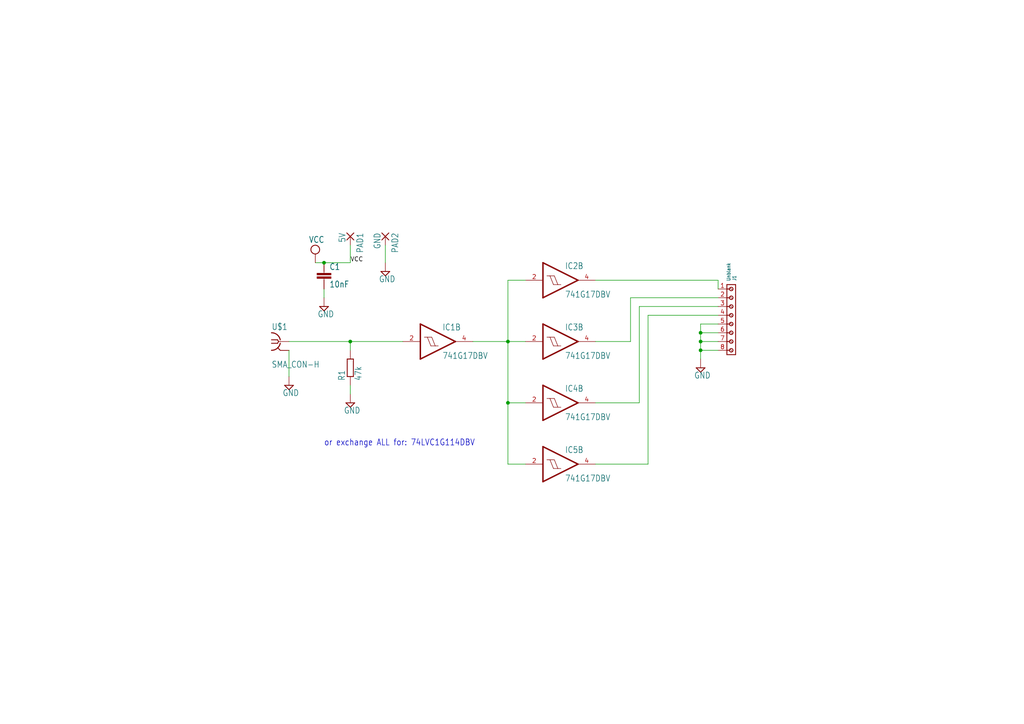
<source format=kicad_sch>
(kicad_sch
	(version 20231120)
	(generator "eeschema")
	(generator_version "8.0")
	(uuid "3d28d479-5ab9-4c16-bd26-8b7fe9169825")
	(paper "A4")
	(lib_symbols
		(symbol "UBL_Distribution_V1p0-eagle-import:691210910008"
			(exclude_from_sim no)
			(in_bom yes)
			(on_board yes)
			(property "Reference" "J"
				(at -12.5 -0.922 0)
				(effects
					(font
						(size 1.016 0.8636)
					)
					(justify right bottom)
				)
			)
			(property "Value" ""
				(at -12.45 -2.58 0)
				(effects
					(font
						(size 1.016 0.8636)
					)
					(justify right bottom)
				)
			)
			(property "Footprint" "UBL_Distribution_V1p0:691210910008"
				(at 0 0 0)
				(effects
					(font
						(size 1.27 1.27)
					)
					(hide yes)
				)
			)
			(property "Datasheet" ""
				(at 0 0 0)
				(effects
					(font
						(size 1.27 1.27)
					)
					(hide yes)
				)
			)
			(property "Description" "WR-TBL Serie 2109 - 2.54 mm Horiz. Entry\n\nKIND PROPERTIES\n\nPitch 2.54 mm\n\nMATERIAL PROPERTIES\n\nInsulator Material PA66\nInsulator Flammability Rating UL94 V-0\nInsulator Color Green\nContact Material Brass\nContact Plating Copper over Zinc\nTerminal Screw Material Steel\nTerminal Screw Plating Zinc\nWire Guard Material Brass\n\nGENERAL INFORMATION\n\nOperating Temperature -40 up to +105 °C\nCompliance Lead free / RoHS\n\nELECTRICAL PROPERTIES\n\nIR cULus 6 A\nWorking Voltage [cULus] 150 V (AC)\nWithstanding Voltage [cULus] 1300 V (AC)\nContact Resistance [cULus] 20 mΩ\n\nMECHANICAL PROPERTIES\n\nWire Strip Length 4 up to 5 (mm)\nScrew M1.6\nSolid Wire Section (AWG) 30 to 18 (AWG)\nSolid Wire Section (Metric) 0.0509 to 0.823 (mm²)\nStranded Wire Section (AWG) 30 to 18 (AWG)\nStranded Wire Section (Metric) 0.0509 to 0.823 (mm²)\n\nCERTIFICATION\n\ncULus Approval E315414\n\nPACKAGING PROPERTIES\n\nPackaging Box\n\nhttps://katalog.we-online.com/media/images/v2/o33231v209%20Family_WR-TBL_69121091000x.jpg\n\nDetails see: https://katalog.we-online.com/en/em/TBL_2_54_2109_HORIZONTAL_ENTRY_69121091000X https://katalog.we-online.com/en/em/TBL_2_54_2109_HORIZONTAL_ENTRY_69121091000X\n\nUpdated by Ella Wu  2019-11-12\n2019(C) Wurth Elektronik"
				(at 0 0 0)
				(effects
					(font
						(size 1.27 1.27)
					)
					(hide yes)
				)
			)
			(property "ki_locked" ""
				(at 0 0 0)
				(effects
					(font
						(size 1.27 1.27)
					)
				)
			)
			(symbol "691210910008_1_0"
				(circle
					(center -10.16 -1.27)
					(radius 0.508)
					(stroke
						(width 0.254)
						(type solid)
					)
					(fill
						(type none)
					)
				)
				(circle
					(center -7.62 -1.27)
					(radius 0.508)
					(stroke
						(width 0.254)
						(type solid)
					)
					(fill
						(type none)
					)
				)
				(circle
					(center -5.08 -1.27)
					(radius 0.508)
					(stroke
						(width 0.254)
						(type solid)
					)
					(fill
						(type none)
					)
				)
				(circle
					(center -2.54 -1.27)
					(radius 0.508)
					(stroke
						(width 0.254)
						(type solid)
					)
					(fill
						(type none)
					)
				)
				(circle
					(center 0 -1.27)
					(radius 0.508)
					(stroke
						(width 0.254)
						(type solid)
					)
					(fill
						(type none)
					)
				)
				(polyline
					(pts
						(xy -11.43 -2.54) (xy -11.43 0)
					)
					(stroke
						(width 0.254)
						(type solid)
					)
					(fill
						(type none)
					)
				)
				(polyline
					(pts
						(xy -11.43 0) (xy 8.89 0)
					)
					(stroke
						(width 0.254)
						(type solid)
					)
					(fill
						(type none)
					)
				)
				(polyline
					(pts
						(xy -10.16 -1.778) (xy -10.16 -2.54)
					)
					(stroke
						(width 0.254)
						(type solid)
					)
					(fill
						(type none)
					)
				)
				(polyline
					(pts
						(xy -9.906 -1.016) (xy -10.414 -1.524)
					)
					(stroke
						(width 0.1524)
						(type solid)
					)
					(fill
						(type none)
					)
				)
				(polyline
					(pts
						(xy -7.62 -1.778) (xy -7.62 -2.54)
					)
					(stroke
						(width 0.254)
						(type solid)
					)
					(fill
						(type none)
					)
				)
				(polyline
					(pts
						(xy -7.366 -1.016) (xy -7.874 -1.524)
					)
					(stroke
						(width 0.1524)
						(type solid)
					)
					(fill
						(type none)
					)
				)
				(polyline
					(pts
						(xy -5.08 -1.778) (xy -5.08 -2.54)
					)
					(stroke
						(width 0.254)
						(type solid)
					)
					(fill
						(type none)
					)
				)
				(polyline
					(pts
						(xy -4.826 -1.016) (xy -5.334 -1.524)
					)
					(stroke
						(width 0.1524)
						(type solid)
					)
					(fill
						(type none)
					)
				)
				(polyline
					(pts
						(xy -2.54 -1.778) (xy -2.54 -2.54)
					)
					(stroke
						(width 0.254)
						(type solid)
					)
					(fill
						(type none)
					)
				)
				(polyline
					(pts
						(xy -2.286 -1.016) (xy -2.794 -1.524)
					)
					(stroke
						(width 0.1524)
						(type solid)
					)
					(fill
						(type none)
					)
				)
				(polyline
					(pts
						(xy 0 -1.778) (xy 0 -2.54)
					)
					(stroke
						(width 0.254)
						(type solid)
					)
					(fill
						(type none)
					)
				)
				(polyline
					(pts
						(xy 0.254 -1.016) (xy -0.254 -1.524)
					)
					(stroke
						(width 0.1524)
						(type solid)
					)
					(fill
						(type none)
					)
				)
				(polyline
					(pts
						(xy 2.54 -1.778) (xy 2.54 -2.54)
					)
					(stroke
						(width 0.254)
						(type solid)
					)
					(fill
						(type none)
					)
				)
				(polyline
					(pts
						(xy 2.794 -1.016) (xy 2.286 -1.524)
					)
					(stroke
						(width 0.1524)
						(type solid)
					)
					(fill
						(type none)
					)
				)
				(polyline
					(pts
						(xy 5.08 -1.778) (xy 5.08 -2.54)
					)
					(stroke
						(width 0.254)
						(type solid)
					)
					(fill
						(type none)
					)
				)
				(polyline
					(pts
						(xy 5.334 -1.016) (xy 4.826 -1.524)
					)
					(stroke
						(width 0.1524)
						(type solid)
					)
					(fill
						(type none)
					)
				)
				(polyline
					(pts
						(xy 7.62 -1.778) (xy 7.62 -2.54)
					)
					(stroke
						(width 0.254)
						(type solid)
					)
					(fill
						(type none)
					)
				)
				(polyline
					(pts
						(xy 7.874 -1.016) (xy 7.366 -1.524)
					)
					(stroke
						(width 0.1524)
						(type solid)
					)
					(fill
						(type none)
					)
				)
				(polyline
					(pts
						(xy 8.89 -2.54) (xy -11.43 -2.54)
					)
					(stroke
						(width 0.254)
						(type solid)
					)
					(fill
						(type none)
					)
				)
				(polyline
					(pts
						(xy 8.89 0) (xy 8.89 -2.54)
					)
					(stroke
						(width 0.254)
						(type solid)
					)
					(fill
						(type none)
					)
				)
				(circle
					(center 2.54 -1.27)
					(radius 0.508)
					(stroke
						(width 0.254)
						(type solid)
					)
					(fill
						(type none)
					)
				)
				(circle
					(center 5.08 -1.27)
					(radius 0.508)
					(stroke
						(width 0.254)
						(type solid)
					)
					(fill
						(type none)
					)
				)
				(circle
					(center 7.62 -1.27)
					(radius 0.508)
					(stroke
						(width 0.254)
						(type solid)
					)
					(fill
						(type none)
					)
				)
				(pin passive line
					(at -10.16 -5.08 90)
					(length 2.54)
					(name "1"
						(effects
							(font
								(size 0 0)
							)
						)
					)
					(number "1"
						(effects
							(font
								(size 1.27 1.27)
							)
						)
					)
				)
				(pin passive line
					(at -7.62 -5.08 90)
					(length 2.54)
					(name "2"
						(effects
							(font
								(size 0 0)
							)
						)
					)
					(number "2"
						(effects
							(font
								(size 1.27 1.27)
							)
						)
					)
				)
				(pin passive line
					(at -5.08 -5.08 90)
					(length 2.54)
					(name "3"
						(effects
							(font
								(size 0 0)
							)
						)
					)
					(number "3"
						(effects
							(font
								(size 1.27 1.27)
							)
						)
					)
				)
				(pin passive line
					(at -2.54 -5.08 90)
					(length 2.54)
					(name "4"
						(effects
							(font
								(size 0 0)
							)
						)
					)
					(number "4"
						(effects
							(font
								(size 1.27 1.27)
							)
						)
					)
				)
				(pin passive line
					(at 0 -5.08 90)
					(length 2.54)
					(name "5"
						(effects
							(font
								(size 0 0)
							)
						)
					)
					(number "5"
						(effects
							(font
								(size 1.27 1.27)
							)
						)
					)
				)
				(pin passive line
					(at 2.54 -5.08 90)
					(length 2.54)
					(name "6"
						(effects
							(font
								(size 0 0)
							)
						)
					)
					(number "6"
						(effects
							(font
								(size 1.27 1.27)
							)
						)
					)
				)
				(pin passive line
					(at 5.08 -5.08 90)
					(length 2.54)
					(name "7"
						(effects
							(font
								(size 0 0)
							)
						)
					)
					(number "7"
						(effects
							(font
								(size 1.27 1.27)
							)
						)
					)
				)
				(pin passive line
					(at 7.62 -5.08 90)
					(length 2.54)
					(name "8"
						(effects
							(font
								(size 0 0)
							)
						)
					)
					(number "8"
						(effects
							(font
								(size 1.27 1.27)
							)
						)
					)
				)
			)
		)
		(symbol "UBL_Distribution_V1p0-eagle-import:741G17DBV"
			(exclude_from_sim no)
			(in_bom yes)
			(on_board yes)
			(property "Reference" "IC"
				(at 1.27 3.175 0)
				(effects
					(font
						(size 1.778 1.5113)
					)
					(justify left bottom)
				)
			)
			(property "Value" ""
				(at 1.27 -5.08 0)
				(effects
					(font
						(size 1.778 1.5113)
					)
					(justify left bottom)
					(hide yes)
				)
			)
			(property "Footprint" "UBL_Distribution_V1p0:SOT23-5"
				(at 0 0 0)
				(effects
					(font
						(size 1.27 1.27)
					)
					(hide yes)
				)
			)
			(property "Datasheet" ""
				(at 0 0 0)
				(effects
					(font
						(size 1.27 1.27)
					)
					(hide yes)
				)
			)
			(property "Description" "Single Schmitt-Trigger Buffer"
				(at 0 0 0)
				(effects
					(font
						(size 1.27 1.27)
					)
					(hide yes)
				)
			)
			(property "ki_locked" ""
				(at 0 0 0)
				(effects
					(font
						(size 1.27 1.27)
					)
				)
			)
			(symbol "741G17DBV_1_0"
				(text "GND"
					(at 1.905 -6.35 900)
					(effects
						(font
							(size 1.27 1.0795)
						)
						(justify left bottom)
					)
				)
				(text "VCC"
					(at 1.905 2.54 900)
					(effects
						(font
							(size 1.27 1.0795)
						)
						(justify left bottom)
					)
				)
				(pin power_in line
					(at 0 -7.62 90)
					(length 5.08)
					(name "GND"
						(effects
							(font
								(size 0 0)
							)
						)
					)
					(number "3"
						(effects
							(font
								(size 1.27 1.27)
							)
						)
					)
				)
				(pin power_in line
					(at 0 7.62 270)
					(length 5.08)
					(name "VCC"
						(effects
							(font
								(size 0 0)
							)
						)
					)
					(number "5"
						(effects
							(font
								(size 1.27 1.27)
							)
						)
					)
				)
			)
			(symbol "741G17DBV_2_0"
				(polyline
					(pts
						(xy -5.08 -5.08) (xy -5.08 5.08)
					)
					(stroke
						(width 0.4064)
						(type solid)
					)
					(fill
						(type none)
					)
				)
				(polyline
					(pts
						(xy -5.08 5.08) (xy 5.08 0)
					)
					(stroke
						(width 0.4064)
						(type solid)
					)
					(fill
						(type none)
					)
				)
				(polyline
					(pts
						(xy -3.937 1.27) (xy -3.048 1.27)
					)
					(stroke
						(width 0.1524)
						(type solid)
					)
					(fill
						(type none)
					)
				)
				(polyline
					(pts
						(xy -3.048 1.27) (xy -1.778 1.27)
					)
					(stroke
						(width 0.1524)
						(type solid)
					)
					(fill
						(type none)
					)
				)
				(polyline
					(pts
						(xy -2.032 -1.27) (xy -3.048 1.27)
					)
					(stroke
						(width 0.1524)
						(type solid)
					)
					(fill
						(type none)
					)
				)
				(polyline
					(pts
						(xy -2.032 -1.27) (xy -0.762 -1.27)
					)
					(stroke
						(width 0.1524)
						(type solid)
					)
					(fill
						(type none)
					)
				)
				(polyline
					(pts
						(xy -0.762 -1.27) (xy -1.778 1.27)
					)
					(stroke
						(width 0.1524)
						(type solid)
					)
					(fill
						(type none)
					)
				)
				(polyline
					(pts
						(xy -0.762 -1.27) (xy 0.127 -1.27)
					)
					(stroke
						(width 0.1524)
						(type solid)
					)
					(fill
						(type none)
					)
				)
				(polyline
					(pts
						(xy 5.08 0) (xy -5.08 -5.08)
					)
					(stroke
						(width 0.4064)
						(type solid)
					)
					(fill
						(type none)
					)
				)
				(pin input line
					(at -10.16 0 0)
					(length 5.08)
					(name "I"
						(effects
							(font
								(size 0 0)
							)
						)
					)
					(number "2"
						(effects
							(font
								(size 1.27 1.27)
							)
						)
					)
				)
				(pin output line
					(at 10.16 0 180)
					(length 5.08)
					(name "O"
						(effects
							(font
								(size 0 0)
							)
						)
					)
					(number "4"
						(effects
							(font
								(size 1.27 1.27)
							)
						)
					)
				)
			)
		)
		(symbol "UBL_Distribution_V1p0-eagle-import:C-EUC0805"
			(exclude_from_sim no)
			(in_bom yes)
			(on_board yes)
			(property "Reference" "C"
				(at 1.524 0.381 0)
				(effects
					(font
						(size 1.778 1.5113)
					)
					(justify left bottom)
				)
			)
			(property "Value" ""
				(at 1.524 -4.699 0)
				(effects
					(font
						(size 1.778 1.5113)
					)
					(justify left bottom)
				)
			)
			(property "Footprint" "UBL_Distribution_V1p0:C0805"
				(at 0 0 0)
				(effects
					(font
						(size 1.27 1.27)
					)
					(hide yes)
				)
			)
			(property "Datasheet" ""
				(at 0 0 0)
				(effects
					(font
						(size 1.27 1.27)
					)
					(hide yes)
				)
			)
			(property "Description" "CAPACITOR, European symbol"
				(at 0 0 0)
				(effects
					(font
						(size 1.27 1.27)
					)
					(hide yes)
				)
			)
			(property "ki_locked" ""
				(at 0 0 0)
				(effects
					(font
						(size 1.27 1.27)
					)
				)
			)
			(symbol "C-EUC0805_1_0"
				(rectangle
					(start -2.032 -2.032)
					(end 2.032 -1.524)
					(stroke
						(width 0)
						(type default)
					)
					(fill
						(type outline)
					)
				)
				(rectangle
					(start -2.032 -1.016)
					(end 2.032 -0.508)
					(stroke
						(width 0)
						(type default)
					)
					(fill
						(type outline)
					)
				)
				(polyline
					(pts
						(xy 0 -2.54) (xy 0 -2.032)
					)
					(stroke
						(width 0.1524)
						(type solid)
					)
					(fill
						(type none)
					)
				)
				(polyline
					(pts
						(xy 0 0) (xy 0 -0.508)
					)
					(stroke
						(width 0.1524)
						(type solid)
					)
					(fill
						(type none)
					)
				)
				(pin passive line
					(at 0 2.54 270)
					(length 2.54)
					(name "1"
						(effects
							(font
								(size 0 0)
							)
						)
					)
					(number "1"
						(effects
							(font
								(size 0 0)
							)
						)
					)
				)
				(pin passive line
					(at 0 -5.08 90)
					(length 2.54)
					(name "2"
						(effects
							(font
								(size 0 0)
							)
						)
					)
					(number "2"
						(effects
							(font
								(size 0 0)
							)
						)
					)
				)
			)
		)
		(symbol "UBL_Distribution_V1p0-eagle-import:GND"
			(power)
			(exclude_from_sim no)
			(in_bom yes)
			(on_board yes)
			(property "Reference" "#SUPPLY"
				(at 0 0 0)
				(effects
					(font
						(size 1.27 1.27)
					)
					(hide yes)
				)
			)
			(property "Value" ""
				(at -1.905 -3.175 0)
				(effects
					(font
						(size 1.778 1.5113)
					)
					(justify left bottom)
				)
			)
			(property "Footprint" ""
				(at 0 0 0)
				(effects
					(font
						(size 1.27 1.27)
					)
					(hide yes)
				)
			)
			(property "Datasheet" ""
				(at 0 0 0)
				(effects
					(font
						(size 1.27 1.27)
					)
					(hide yes)
				)
			)
			(property "Description" "SUPPLY SYMBOL"
				(at 0 0 0)
				(effects
					(font
						(size 1.27 1.27)
					)
					(hide yes)
				)
			)
			(property "ki_locked" ""
				(at 0 0 0)
				(effects
					(font
						(size 1.27 1.27)
					)
				)
			)
			(symbol "GND_1_0"
				(polyline
					(pts
						(xy -1.27 0) (xy 1.27 0)
					)
					(stroke
						(width 0.254)
						(type solid)
					)
					(fill
						(type none)
					)
				)
				(polyline
					(pts
						(xy 0 -1.27) (xy -1.27 0)
					)
					(stroke
						(width 0.254)
						(type solid)
					)
					(fill
						(type none)
					)
				)
				(polyline
					(pts
						(xy 1.27 0) (xy 0 -1.27)
					)
					(stroke
						(width 0.254)
						(type solid)
					)
					(fill
						(type none)
					)
				)
				(pin power_in line
					(at 0 2.54 270)
					(length 2.54)
					(name "GND"
						(effects
							(font
								(size 0 0)
							)
						)
					)
					(number "1"
						(effects
							(font
								(size 0 0)
							)
						)
					)
				)
			)
		)
		(symbol "UBL_Distribution_V1p0-eagle-import:R-EU_R0805"
			(exclude_from_sim no)
			(in_bom yes)
			(on_board yes)
			(property "Reference" "R"
				(at -3.81 1.4986 0)
				(effects
					(font
						(size 1.778 1.5113)
					)
					(justify left bottom)
				)
			)
			(property "Value" ""
				(at -3.81 -3.302 0)
				(effects
					(font
						(size 1.778 1.5113)
					)
					(justify left bottom)
				)
			)
			(property "Footprint" "UBL_Distribution_V1p0:R0805"
				(at 0 0 0)
				(effects
					(font
						(size 1.27 1.27)
					)
					(hide yes)
				)
			)
			(property "Datasheet" ""
				(at 0 0 0)
				(effects
					(font
						(size 1.27 1.27)
					)
					(hide yes)
				)
			)
			(property "Description" "RESISTOR, European symbol"
				(at 0 0 0)
				(effects
					(font
						(size 1.27 1.27)
					)
					(hide yes)
				)
			)
			(property "ki_locked" ""
				(at 0 0 0)
				(effects
					(font
						(size 1.27 1.27)
					)
				)
			)
			(symbol "R-EU_R0805_1_0"
				(polyline
					(pts
						(xy -2.54 -0.889) (xy -2.54 0.889)
					)
					(stroke
						(width 0.254)
						(type solid)
					)
					(fill
						(type none)
					)
				)
				(polyline
					(pts
						(xy -2.54 -0.889) (xy 2.54 -0.889)
					)
					(stroke
						(width 0.254)
						(type solid)
					)
					(fill
						(type none)
					)
				)
				(polyline
					(pts
						(xy 2.54 -0.889) (xy 2.54 0.889)
					)
					(stroke
						(width 0.254)
						(type solid)
					)
					(fill
						(type none)
					)
				)
				(polyline
					(pts
						(xy 2.54 0.889) (xy -2.54 0.889)
					)
					(stroke
						(width 0.254)
						(type solid)
					)
					(fill
						(type none)
					)
				)
				(pin passive line
					(at -5.08 0 0)
					(length 2.54)
					(name "1"
						(effects
							(font
								(size 0 0)
							)
						)
					)
					(number "1"
						(effects
							(font
								(size 0 0)
							)
						)
					)
				)
				(pin passive line
					(at 5.08 0 180)
					(length 2.54)
					(name "2"
						(effects
							(font
								(size 0 0)
							)
						)
					)
					(number "2"
						(effects
							(font
								(size 0 0)
							)
						)
					)
				)
			)
		)
		(symbol "UBL_Distribution_V1p0-eagle-import:SMA_CON-H"
			(exclude_from_sim no)
			(in_bom yes)
			(on_board yes)
			(property "Reference" ""
				(at -2.54 3.302 0)
				(effects
					(font
						(size 1.778 1.5113)
					)
					(justify left bottom)
					(hide yes)
				)
			)
			(property "Value" ""
				(at -2.54 -7.62 0)
				(effects
					(font
						(size 1.778 1.5113)
					)
					(justify left bottom)
				)
			)
			(property "Footprint" "UBL_Distribution_V1p0:BU-SMA-H"
				(at 0 0 0)
				(effects
					(font
						(size 1.27 1.27)
					)
					(hide yes)
				)
			)
			(property "Datasheet" ""
				(at 0 0 0)
				(effects
					(font
						(size 1.27 1.27)
					)
					(hide yes)
				)
			)
			(property "Description" ""
				(at 0 0 0)
				(effects
					(font
						(size 1.27 1.27)
					)
					(hide yes)
				)
			)
			(property "ki_locked" ""
				(at 0 0 0)
				(effects
					(font
						(size 1.27 1.27)
					)
				)
			)
			(symbol "SMA_CON-H_1_0"
				(arc
					(start -2.54 -2.54)
					(mid -0.9022 -1.9838)
					(end 0 -0.508)
					(stroke
						(width 0.3048)
						(type solid)
					)
					(fill
						(type none)
					)
				)
				(polyline
					(pts
						(xy -2.54 0.508) (xy -0.762 0.508)
					)
					(stroke
						(width 0.254)
						(type solid)
					)
					(fill
						(type none)
					)
				)
				(polyline
					(pts
						(xy -0.762 -0.508) (xy -2.54 -0.508)
					)
					(stroke
						(width 0.254)
						(type solid)
					)
					(fill
						(type none)
					)
				)
				(polyline
					(pts
						(xy -0.762 0.508) (xy -0.508 0)
					)
					(stroke
						(width 0.254)
						(type solid)
					)
					(fill
						(type none)
					)
				)
				(polyline
					(pts
						(xy -0.508 0) (xy -0.762 -0.508)
					)
					(stroke
						(width 0.254)
						(type solid)
					)
					(fill
						(type none)
					)
				)
				(polyline
					(pts
						(xy 0 -2.54) (xy -0.762 -1.778)
					)
					(stroke
						(width 0.254)
						(type solid)
					)
					(fill
						(type none)
					)
				)
				(polyline
					(pts
						(xy 0 0) (xy -0.508 0)
					)
					(stroke
						(width 0.1524)
						(type solid)
					)
					(fill
						(type none)
					)
				)
				(arc
					(start 0 0.508)
					(mid -0.9022 1.9838)
					(end -2.54 2.54)
					(stroke
						(width 0.3048)
						(type solid)
					)
					(fill
						(type none)
					)
				)
				(pin passive line
					(at 2.54 0 180)
					(length 2.54)
					(name "1"
						(effects
							(font
								(size 0 0)
							)
						)
					)
					(number "1"
						(effects
							(font
								(size 0 0)
							)
						)
					)
				)
				(pin passive line
					(at 2.54 -2.54 180)
					(length 2.54)
					(name "GND@1"
						(effects
							(font
								(size 0 0)
							)
						)
					)
					(number "2"
						(effects
							(font
								(size 0 0)
							)
						)
					)
				)
				(pin passive line
					(at 2.54 -2.54 180)
					(length 2.54)
					(name "GND@1"
						(effects
							(font
								(size 0 0)
							)
						)
					)
					(number "3"
						(effects
							(font
								(size 0 0)
							)
						)
					)
				)
				(pin passive line
					(at 2.54 -2.54 180)
					(length 2.54)
					(name "GND@1"
						(effects
							(font
								(size 0 0)
							)
						)
					)
					(number "4"
						(effects
							(font
								(size 0 0)
							)
						)
					)
				)
				(pin passive line
					(at 2.54 -2.54 180)
					(length 2.54)
					(name "GND@1"
						(effects
							(font
								(size 0 0)
							)
						)
					)
					(number "5"
						(effects
							(font
								(size 0 0)
							)
						)
					)
				)
			)
		)
		(symbol "UBL_Distribution_V1p0-eagle-import:SMD5"
			(exclude_from_sim no)
			(in_bom yes)
			(on_board yes)
			(property "Reference" "PAD"
				(at -1.143 1.8542 0)
				(effects
					(font
						(size 1.778 1.5113)
					)
					(justify left bottom)
				)
			)
			(property "Value" ""
				(at -1.143 -3.302 0)
				(effects
					(font
						(size 1.778 1.5113)
					)
					(justify left bottom)
				)
			)
			(property "Footprint" "UBL_Distribution_V1p0:SMD2,54-5,08"
				(at 0 0 0)
				(effects
					(font
						(size 1.27 1.27)
					)
					(hide yes)
				)
			)
			(property "Datasheet" ""
				(at 0 0 0)
				(effects
					(font
						(size 1.27 1.27)
					)
					(hide yes)
				)
			)
			(property "Description" "SMD PAD"
				(at 0 0 0)
				(effects
					(font
						(size 1.27 1.27)
					)
					(hide yes)
				)
			)
			(property "ki_locked" ""
				(at 0 0 0)
				(effects
					(font
						(size 1.27 1.27)
					)
				)
			)
			(symbol "SMD5_1_0"
				(polyline
					(pts
						(xy -1.016 -1.016) (xy 1.016 1.016)
					)
					(stroke
						(width 0.254)
						(type solid)
					)
					(fill
						(type none)
					)
				)
				(polyline
					(pts
						(xy -1.016 1.016) (xy 1.016 -1.016)
					)
					(stroke
						(width 0.254)
						(type solid)
					)
					(fill
						(type none)
					)
				)
				(pin passive line
					(at 2.54 0 180)
					(length 2.54)
					(name "P"
						(effects
							(font
								(size 0 0)
							)
						)
					)
					(number "1"
						(effects
							(font
								(size 0 0)
							)
						)
					)
				)
			)
		)
		(symbol "UBL_Distribution_V1p0-eagle-import:VCC"
			(power)
			(exclude_from_sim no)
			(in_bom yes)
			(on_board yes)
			(property "Reference" "#SUPPLY"
				(at 0 0 0)
				(effects
					(font
						(size 1.27 1.27)
					)
					(hide yes)
				)
			)
			(property "Value" ""
				(at -1.905 3.175 0)
				(effects
					(font
						(size 1.778 1.5113)
					)
					(justify left bottom)
				)
			)
			(property "Footprint" ""
				(at 0 0 0)
				(effects
					(font
						(size 1.27 1.27)
					)
					(hide yes)
				)
			)
			(property "Datasheet" ""
				(at 0 0 0)
				(effects
					(font
						(size 1.27 1.27)
					)
					(hide yes)
				)
			)
			(property "Description" "SUPPLY SYMBOL"
				(at 0 0 0)
				(effects
					(font
						(size 1.27 1.27)
					)
					(hide yes)
				)
			)
			(property "ki_locked" ""
				(at 0 0 0)
				(effects
					(font
						(size 1.27 1.27)
					)
				)
			)
			(symbol "VCC_1_0"
				(circle
					(center 0 1.27)
					(radius 1.27)
					(stroke
						(width 0.254)
						(type solid)
					)
					(fill
						(type none)
					)
				)
				(pin power_in line
					(at 0 -2.54 90)
					(length 2.54)
					(name "VCC"
						(effects
							(font
								(size 0 0)
							)
						)
					)
					(number "1"
						(effects
							(font
								(size 0 0)
							)
						)
					)
				)
			)
		)
	)
	(junction
		(at 203.2 99.06)
		(diameter 0)
		(color 0 0 0 0)
		(uuid "2fb806ba-7233-40ab-9230-c65fba115a10")
	)
	(junction
		(at 101.6 99.06)
		(diameter 0)
		(color 0 0 0 0)
		(uuid "397c9c45-24c5-4345-96f6-faa945bb73eb")
	)
	(junction
		(at 147.32 116.84)
		(diameter 0)
		(color 0 0 0 0)
		(uuid "57630773-9701-44b0-a971-d27ea4d59ee6")
	)
	(junction
		(at 147.32 99.06)
		(diameter 0)
		(color 0 0 0 0)
		(uuid "ad44525c-a559-481d-9f22-bc0ef7464286")
	)
	(junction
		(at 203.2 96.52)
		(diameter 0)
		(color 0 0 0 0)
		(uuid "c371a46f-acbd-407d-99a6-392eaa1da10b")
	)
	(junction
		(at 203.2 101.6)
		(diameter 0)
		(color 0 0 0 0)
		(uuid "ccf7de58-f43c-46b0-b944-e9e32351fbab")
	)
	(junction
		(at 93.98 76.2)
		(diameter 0)
		(color 0 0 0 0)
		(uuid "d508f88f-96fa-47d7-84a1-b77d01bc0b0c")
	)
	(wire
		(pts
			(xy 137.16 99.06) (xy 147.32 99.06)
		)
		(stroke
			(width 0.1524)
			(type solid)
		)
		(uuid "022a0bf9-3232-498e-8d0e-59f40795a438")
	)
	(wire
		(pts
			(xy 185.42 116.84) (xy 185.42 88.9)
		)
		(stroke
			(width 0.1524)
			(type solid)
		)
		(uuid "0a1ac780-78a8-4c8f-807e-d9be6f86f8bd")
	)
	(wire
		(pts
			(xy 101.6 71.12) (xy 101.6 76.2)
		)
		(stroke
			(width 0.1524)
			(type solid)
		)
		(uuid "0c006ae7-4156-4bff-b27a-1e0ce4799b9c")
	)
	(wire
		(pts
			(xy 172.72 81.28) (xy 208.28 81.28)
		)
		(stroke
			(width 0.1524)
			(type solid)
		)
		(uuid "150a581c-7559-46f4-8cb2-bcba2778ca7e")
	)
	(wire
		(pts
			(xy 203.2 93.98) (xy 203.2 96.52)
		)
		(stroke
			(width 0.1524)
			(type solid)
		)
		(uuid "1dafacd4-3994-48b9-aec5-647c593e518b")
	)
	(wire
		(pts
			(xy 147.32 99.06) (xy 147.32 116.84)
		)
		(stroke
			(width 0.1524)
			(type solid)
		)
		(uuid "32a733ad-347f-4d8e-b3d7-97bc7a8af995")
	)
	(wire
		(pts
			(xy 152.4 134.62) (xy 147.32 134.62)
		)
		(stroke
			(width 0.1524)
			(type solid)
		)
		(uuid "3ceccbce-fbf1-474c-8f3c-71544411b982")
	)
	(wire
		(pts
			(xy 182.88 86.36) (xy 208.28 86.36)
		)
		(stroke
			(width 0.1524)
			(type solid)
		)
		(uuid "4060990c-94d8-4e8b-ab83-541a1c9ee31d")
	)
	(wire
		(pts
			(xy 147.32 134.62) (xy 147.32 116.84)
		)
		(stroke
			(width 0.1524)
			(type solid)
		)
		(uuid "41e0a1fa-9a09-4ccb-8e7b-5a87b9fef3e4")
	)
	(wire
		(pts
			(xy 93.98 76.2) (xy 101.6 76.2)
		)
		(stroke
			(width 0.1524)
			(type solid)
		)
		(uuid "476377bf-bcc0-47d2-8b44-c16008288245")
	)
	(wire
		(pts
			(xy 208.28 81.28) (xy 208.28 83.82)
		)
		(stroke
			(width 0.1524)
			(type solid)
		)
		(uuid "4dcdd7ad-338f-442b-9282-255e08703731")
	)
	(wire
		(pts
			(xy 185.42 88.9) (xy 208.28 88.9)
		)
		(stroke
			(width 0.1524)
			(type solid)
		)
		(uuid "5066b114-61ea-4c13-9414-0e1f06007170")
	)
	(wire
		(pts
			(xy 101.6 99.06) (xy 116.84 99.06)
		)
		(stroke
			(width 0.1524)
			(type solid)
		)
		(uuid "5c0fc022-4363-49c8-86bb-3d67c9dc9244")
	)
	(wire
		(pts
			(xy 203.2 99.06) (xy 203.2 101.6)
		)
		(stroke
			(width 0.1524)
			(type solid)
		)
		(uuid "5fc029ef-d091-47ee-a0e4-49ec1b72030b")
	)
	(wire
		(pts
			(xy 203.2 101.6) (xy 203.2 104.14)
		)
		(stroke
			(width 0.1524)
			(type solid)
		)
		(uuid "676808b9-c1a8-4eb3-bc9d-ff58b73754c6")
	)
	(wire
		(pts
			(xy 147.32 99.06) (xy 147.32 81.28)
		)
		(stroke
			(width 0.1524)
			(type solid)
		)
		(uuid "67f256dd-0363-458c-8c09-f9b7c1062c72")
	)
	(wire
		(pts
			(xy 111.76 71.12) (xy 111.76 76.2)
		)
		(stroke
			(width 0.1524)
			(type solid)
		)
		(uuid "895741ab-d0b1-4732-b7c4-c95ce0d3b9f2")
	)
	(wire
		(pts
			(xy 101.6 101.6) (xy 101.6 99.06)
		)
		(stroke
			(width 0.1524)
			(type solid)
		)
		(uuid "8d8983ca-91f9-4e3f-8fb7-efa13d731554")
	)
	(wire
		(pts
			(xy 93.98 83.82) (xy 93.98 86.36)
		)
		(stroke
			(width 0.1524)
			(type solid)
		)
		(uuid "8f01d55a-8874-4dac-8ab7-57aa1ab28096")
	)
	(wire
		(pts
			(xy 172.72 134.62) (xy 187.96 134.62)
		)
		(stroke
			(width 0.1524)
			(type solid)
		)
		(uuid "99352c30-cd25-464e-87fb-b990a279a390")
	)
	(wire
		(pts
			(xy 147.32 81.28) (xy 152.4 81.28)
		)
		(stroke
			(width 0.1524)
			(type solid)
		)
		(uuid "a568b5f5-2728-43f5-aa5e-2b51bf770657")
	)
	(wire
		(pts
			(xy 91.44 76.2) (xy 93.98 76.2)
		)
		(stroke
			(width 0.1524)
			(type solid)
		)
		(uuid "aebd91b9-6f81-458c-862b-350933e767c4")
	)
	(wire
		(pts
			(xy 208.28 99.06) (xy 203.2 99.06)
		)
		(stroke
			(width 0.1524)
			(type solid)
		)
		(uuid "b70fee35-cb2a-4f55-b44e-dd117092ce70")
	)
	(wire
		(pts
			(xy 208.28 93.98) (xy 203.2 93.98)
		)
		(stroke
			(width 0.1524)
			(type solid)
		)
		(uuid "bf21cd1a-a85d-4995-acde-f15977cb77da")
	)
	(wire
		(pts
			(xy 83.82 99.06) (xy 101.6 99.06)
		)
		(stroke
			(width 0.1524)
			(type solid)
		)
		(uuid "c71adea3-e886-4a19-95de-01981da13eea")
	)
	(wire
		(pts
			(xy 208.28 101.6) (xy 203.2 101.6)
		)
		(stroke
			(width 0.1524)
			(type solid)
		)
		(uuid "cc47001b-1d3a-4eb4-bb9b-b446b6df2127")
	)
	(wire
		(pts
			(xy 187.96 134.62) (xy 187.96 91.44)
		)
		(stroke
			(width 0.1524)
			(type solid)
		)
		(uuid "ccd36809-ea20-45ca-82e6-6051ca10f20e")
	)
	(wire
		(pts
			(xy 101.6 111.76) (xy 101.6 114.3)
		)
		(stroke
			(width 0.1524)
			(type solid)
		)
		(uuid "cd2a5d35-2db5-4a52-8702-4e4f48cfde8d")
	)
	(wire
		(pts
			(xy 208.28 96.52) (xy 203.2 96.52)
		)
		(stroke
			(width 0.1524)
			(type solid)
		)
		(uuid "d69a6321-911d-4422-a307-6bdf9e8fba0b")
	)
	(wire
		(pts
			(xy 187.96 91.44) (xy 208.28 91.44)
		)
		(stroke
			(width 0.1524)
			(type solid)
		)
		(uuid "d6c2b2bd-4dee-4f83-934b-3bdb9db4a7a9")
	)
	(wire
		(pts
			(xy 152.4 99.06) (xy 147.32 99.06)
		)
		(stroke
			(width 0.1524)
			(type solid)
		)
		(uuid "dcaa07ea-12d5-46ef-85f1-d4b5c373dd45")
	)
	(wire
		(pts
			(xy 182.88 99.06) (xy 182.88 86.36)
		)
		(stroke
			(width 0.1524)
			(type solid)
		)
		(uuid "e680737d-042d-4a20-835b-a14560b2ae7c")
	)
	(wire
		(pts
			(xy 172.72 99.06) (xy 182.88 99.06)
		)
		(stroke
			(width 0.1524)
			(type solid)
		)
		(uuid "e787965a-5fd5-42f6-bdea-de80e6f90c76")
	)
	(wire
		(pts
			(xy 172.72 116.84) (xy 185.42 116.84)
		)
		(stroke
			(width 0.1524)
			(type solid)
		)
		(uuid "eb7d85de-4f2a-4c12-ac11-751f124cb529")
	)
	(wire
		(pts
			(xy 203.2 96.52) (xy 203.2 99.06)
		)
		(stroke
			(width 0.1524)
			(type solid)
		)
		(uuid "f588e01d-725f-45de-a3cd-4bc7319673b5")
	)
	(wire
		(pts
			(xy 83.82 101.6) (xy 83.82 109.22)
		)
		(stroke
			(width 0.1524)
			(type solid)
		)
		(uuid "fb7e497c-e961-41dd-89e3-698acb16a7b3")
	)
	(wire
		(pts
			(xy 147.32 116.84) (xy 152.4 116.84)
		)
		(stroke
			(width 0.1524)
			(type solid)
		)
		(uuid "fdd440aa-15e8-42e3-9c76-a54ca9bf198d")
	)
	(text "or exchange ALL for: 74LVC1G114DBV"
		(exclude_from_sim no)
		(at 93.98 129.54 0)
		(effects
			(font
				(size 1.778 1.5113)
			)
			(justify left bottom)
		)
		(uuid "7324b32b-4177-4a53-b2df-064966b17d2f")
	)
	(label "VCC"
		(at 101.6 76.2 0)
		(effects
			(font
				(size 1.2446 1.2446)
			)
			(justify left bottom)
		)
		(uuid "093e57f4-0d3f-4271-b27f-2d18cf9194d8")
	)
	(symbol
		(lib_id "UBL_Distribution_V1p0-eagle-import:GND")
		(at 111.76 78.74 0)
		(unit 1)
		(exclude_from_sim no)
		(in_bom yes)
		(on_board yes)
		(dnp no)
		(uuid "2137633a-998b-4e52-803a-fda516a62099")
		(property "Reference" "#SUPPLY3"
			(at 111.76 78.74 0)
			(effects
				(font
					(size 1.27 1.27)
				)
				(hide yes)
			)
		)
		(property "Value" "GND"
			(at 109.855 81.915 0)
			(effects
				(font
					(size 1.778 1.5113)
				)
				(justify left bottom)
			)
		)
		(property "Footprint" ""
			(at 111.76 78.74 0)
			(effects
				(font
					(size 1.27 1.27)
				)
				(hide yes)
			)
		)
		(property "Datasheet" ""
			(at 111.76 78.74 0)
			(effects
				(font
					(size 1.27 1.27)
				)
				(hide yes)
			)
		)
		(property "Description" ""
			(at 111.76 78.74 0)
			(effects
				(font
					(size 1.27 1.27)
				)
				(hide yes)
			)
		)
		(pin "1"
			(uuid "5e8f4b7f-dade-4229-b63c-0dcfa4675415")
		)
		(instances
			(project ""
				(path "/3d28d479-5ab9-4c16-bd26-8b7fe9169825"
					(reference "#SUPPLY3")
					(unit 1)
				)
			)
		)
	)
	(symbol
		(lib_id "UBL_Distribution_V1p0-eagle-import:741G17DBV")
		(at 127 99.06 0)
		(unit 2)
		(exclude_from_sim no)
		(in_bom yes)
		(on_board yes)
		(dnp no)
		(uuid "23af27b4-abcf-4847-9491-ec7e744e5cc7")
		(property "Reference" "IC1"
			(at 128.27 95.885 0)
			(effects
				(font
					(size 1.778 1.5113)
				)
				(justify left bottom)
			)
		)
		(property "Value" "741G17DBV"
			(at 128.27 104.14 0)
			(effects
				(font
					(size 1.778 1.5113)
				)
				(justify left bottom)
			)
		)
		(property "Footprint" "UBL_Distribution_V1p0:SOT23-5"
			(at 127 99.06 0)
			(effects
				(font
					(size 1.27 1.27)
				)
				(hide yes)
			)
		)
		(property "Datasheet" ""
			(at 127 99.06 0)
			(effects
				(font
					(size 1.27 1.27)
				)
				(hide yes)
			)
		)
		(property "Description" ""
			(at 127 99.06 0)
			(effects
				(font
					(size 1.27 1.27)
				)
				(hide yes)
			)
		)
		(pin "2"
			(uuid "ad9b8db9-3d2b-4f3f-a806-c0d3c498bc10")
		)
		(pin "4"
			(uuid "674e04c9-5ec0-4a5e-8468-19b64fd7a412")
		)
		(pin "3"
			(uuid "67f51763-0d0a-45ad-ba18-550ac5648096")
		)
		(pin "5"
			(uuid "f8b8a099-950a-41c5-a521-5c1565fe6c0e")
		)
		(instances
			(project ""
				(path "/3d28d479-5ab9-4c16-bd26-8b7fe9169825"
					(reference "IC1")
					(unit 2)
				)
			)
		)
	)
	(symbol
		(lib_id "UBL_Distribution_V1p0-eagle-import:741G17DBV")
		(at 162.56 99.06 0)
		(unit 2)
		(exclude_from_sim no)
		(in_bom yes)
		(on_board yes)
		(dnp no)
		(uuid "41755aef-6403-49c7-9956-8195263b83c6")
		(property "Reference" "IC3"
			(at 163.83 95.885 0)
			(effects
				(font
					(size 1.778 1.5113)
				)
				(justify left bottom)
			)
		)
		(property "Value" "741G17DBV"
			(at 163.83 104.14 0)
			(effects
				(font
					(size 1.778 1.5113)
				)
				(justify left bottom)
			)
		)
		(property "Footprint" "UBL_Distribution_V1p0:SOT23-5"
			(at 162.56 99.06 0)
			(effects
				(font
					(size 1.27 1.27)
				)
				(hide yes)
			)
		)
		(property "Datasheet" ""
			(at 162.56 99.06 0)
			(effects
				(font
					(size 1.27 1.27)
				)
				(hide yes)
			)
		)
		(property "Description" ""
			(at 162.56 99.06 0)
			(effects
				(font
					(size 1.27 1.27)
				)
				(hide yes)
			)
		)
		(pin "4"
			(uuid "21ea773b-e1f2-45d7-991c-8ce0ebc55ff7")
		)
		(pin "3"
			(uuid "e28277ab-c0e3-4643-9949-a8578500a68c")
		)
		(pin "5"
			(uuid "066142bf-cd51-4643-b11a-6dce19896946")
		)
		(pin "2"
			(uuid "2666a955-cad6-41b1-865a-078780c8d30e")
		)
		(instances
			(project ""
				(path "/3d28d479-5ab9-4c16-bd26-8b7fe9169825"
					(reference "IC3")
					(unit 2)
				)
			)
		)
	)
	(symbol
		(lib_id "UBL_Distribution_V1p0-eagle-import:741G17DBV")
		(at 162.56 134.62 0)
		(unit 2)
		(exclude_from_sim no)
		(in_bom yes)
		(on_board yes)
		(dnp no)
		(uuid "51db28b3-5b24-4c2b-a068-a4ad38684c50")
		(property "Reference" "IC5"
			(at 163.83 131.445 0)
			(effects
				(font
					(size 1.778 1.5113)
				)
				(justify left bottom)
			)
		)
		(property "Value" "741G17DBV"
			(at 163.83 139.7 0)
			(effects
				(font
					(size 1.778 1.5113)
				)
				(justify left bottom)
			)
		)
		(property "Footprint" "UBL_Distribution_V1p0:SOT23-5"
			(at 162.56 134.62 0)
			(effects
				(font
					(size 1.27 1.27)
				)
				(hide yes)
			)
		)
		(property "Datasheet" ""
			(at 162.56 134.62 0)
			(effects
				(font
					(size 1.27 1.27)
				)
				(hide yes)
			)
		)
		(property "Description" ""
			(at 162.56 134.62 0)
			(effects
				(font
					(size 1.27 1.27)
				)
				(hide yes)
			)
		)
		(pin "5"
			(uuid "b6a60d1d-94f2-48b8-92d7-59bea6fbd8f5")
		)
		(pin "3"
			(uuid "f2a18a8f-66a5-443f-ae9e-7af7cf78827e")
		)
		(pin "2"
			(uuid "4db4ff9d-6233-421d-ae0e-95306afeb8e3")
		)
		(pin "4"
			(uuid "aff70bda-3797-47c3-8e5c-7a14103a3f97")
		)
		(instances
			(project ""
				(path "/3d28d479-5ab9-4c16-bd26-8b7fe9169825"
					(reference "IC5")
					(unit 2)
				)
			)
		)
	)
	(symbol
		(lib_id "UBL_Distribution_V1p0-eagle-import:SMA_CON-H")
		(at 81.28 99.06 0)
		(unit 1)
		(exclude_from_sim no)
		(in_bom yes)
		(on_board yes)
		(dnp no)
		(uuid "59ae5d9b-f147-4950-8cf8-7076244c2eee")
		(property "Reference" "U$1"
			(at 78.74 95.758 0)
			(effects
				(font
					(size 1.778 1.5113)
				)
				(justify left bottom)
			)
		)
		(property "Value" "SMA_CON-H"
			(at 78.74 106.68 0)
			(effects
				(font
					(size 1.778 1.5113)
				)
				(justify left bottom)
			)
		)
		(property "Footprint" "UBL_Distribution_V1p0:BU-SMA-H"
			(at 81.28 99.06 0)
			(effects
				(font
					(size 1.27 1.27)
				)
				(hide yes)
			)
		)
		(property "Datasheet" ""
			(at 81.28 99.06 0)
			(effects
				(font
					(size 1.27 1.27)
				)
				(hide yes)
			)
		)
		(property "Description" ""
			(at 81.28 99.06 0)
			(effects
				(font
					(size 1.27 1.27)
				)
				(hide yes)
			)
		)
		(pin "2"
			(uuid "54d2bb74-ddb0-4914-9055-bbd436483a95")
		)
		(pin "5"
			(uuid "aac7a797-c990-4ec3-8371-d2d071acc8f5")
		)
		(pin "4"
			(uuid "b80f4b86-167b-4d3a-b194-21097a7c97c0")
		)
		(pin "3"
			(uuid "33af4226-4883-4e4a-a321-cfa7422ce2b8")
		)
		(pin "1"
			(uuid "944a0f43-2dc5-4364-84cf-844d8676f547")
		)
		(instances
			(project ""
				(path "/3d28d479-5ab9-4c16-bd26-8b7fe9169825"
					(reference "U$1")
					(unit 1)
				)
			)
		)
	)
	(symbol
		(lib_id "UBL_Distribution_V1p0-eagle-import:741G17DBV")
		(at 162.56 116.84 0)
		(unit 2)
		(exclude_from_sim no)
		(in_bom yes)
		(on_board yes)
		(dnp no)
		(uuid "677805b2-2501-4182-b795-77d1787e0f6f")
		(property "Reference" "IC4"
			(at 163.83 113.665 0)
			(effects
				(font
					(size 1.778 1.5113)
				)
				(justify left bottom)
			)
		)
		(property "Value" "741G17DBV"
			(at 163.83 121.92 0)
			(effects
				(font
					(size 1.778 1.5113)
				)
				(justify left bottom)
			)
		)
		(property "Footprint" "UBL_Distribution_V1p0:SOT23-5"
			(at 162.56 116.84 0)
			(effects
				(font
					(size 1.27 1.27)
				)
				(hide yes)
			)
		)
		(property "Datasheet" ""
			(at 162.56 116.84 0)
			(effects
				(font
					(size 1.27 1.27)
				)
				(hide yes)
			)
		)
		(property "Description" ""
			(at 162.56 116.84 0)
			(effects
				(font
					(size 1.27 1.27)
				)
				(hide yes)
			)
		)
		(pin "5"
			(uuid "92da6342-4cdb-48ec-ac2e-90938918627d")
		)
		(pin "3"
			(uuid "dc016e94-91fe-4a95-a8c7-fdb97e43ad27")
		)
		(pin "2"
			(uuid "b51ed568-f3ef-4c8c-8b26-aeeadaea47f8")
		)
		(pin "4"
			(uuid "6b166648-241c-4f87-a9ed-6f5b790ff740")
		)
		(instances
			(project ""
				(path "/3d28d479-5ab9-4c16-bd26-8b7fe9169825"
					(reference "IC4")
					(unit 2)
				)
			)
		)
	)
	(symbol
		(lib_id "UBL_Distribution_V1p0-eagle-import:GND")
		(at 203.2 106.68 0)
		(unit 1)
		(exclude_from_sim no)
		(in_bom yes)
		(on_board yes)
		(dnp no)
		(uuid "6caa8cbc-ad01-4194-85b9-afacc971a184")
		(property "Reference" "#SUPPLY5"
			(at 203.2 106.68 0)
			(effects
				(font
					(size 1.27 1.27)
				)
				(hide yes)
			)
		)
		(property "Value" "GND"
			(at 201.295 109.855 0)
			(effects
				(font
					(size 1.778 1.5113)
				)
				(justify left bottom)
			)
		)
		(property "Footprint" ""
			(at 203.2 106.68 0)
			(effects
				(font
					(size 1.27 1.27)
				)
				(hide yes)
			)
		)
		(property "Datasheet" ""
			(at 203.2 106.68 0)
			(effects
				(font
					(size 1.27 1.27)
				)
				(hide yes)
			)
		)
		(property "Description" ""
			(at 203.2 106.68 0)
			(effects
				(font
					(size 1.27 1.27)
				)
				(hide yes)
			)
		)
		(pin "1"
			(uuid "26f150e5-1f2a-4e1d-b4c2-d48e6fe3d0bb")
		)
		(instances
			(project ""
				(path "/3d28d479-5ab9-4c16-bd26-8b7fe9169825"
					(reference "#SUPPLY5")
					(unit 1)
				)
			)
		)
	)
	(symbol
		(lib_id "UBL_Distribution_V1p0-eagle-import:SMD5")
		(at 101.6 68.58 270)
		(unit 1)
		(exclude_from_sim no)
		(in_bom yes)
		(on_board yes)
		(dnp no)
		(uuid "89661025-ee57-40b6-baa8-094679ba8581")
		(property "Reference" "PAD1"
			(at 103.4542 67.437 0)
			(effects
				(font
					(size 1.778 1.5113)
				)
				(justify left bottom)
			)
		)
		(property "Value" "5V"
			(at 98.298 67.437 0)
			(effects
				(font
					(size 1.778 1.5113)
				)
				(justify left bottom)
			)
		)
		(property "Footprint" "UBL_Distribution_V1p0:SMD2,54-5,08"
			(at 101.6 68.58 0)
			(effects
				(font
					(size 1.27 1.27)
				)
				(hide yes)
			)
		)
		(property "Datasheet" ""
			(at 101.6 68.58 0)
			(effects
				(font
					(size 1.27 1.27)
				)
				(hide yes)
			)
		)
		(property "Description" ""
			(at 101.6 68.58 0)
			(effects
				(font
					(size 1.27 1.27)
				)
				(hide yes)
			)
		)
		(pin "1"
			(uuid "af310949-9c84-4905-8809-b4ab165d0b93")
		)
		(instances
			(project ""
				(path "/3d28d479-5ab9-4c16-bd26-8b7fe9169825"
					(reference "PAD1")
					(unit 1)
				)
			)
		)
	)
	(symbol
		(lib_id "UBL_Distribution_V1p0-eagle-import:VCC")
		(at 91.44 73.66 0)
		(unit 1)
		(exclude_from_sim no)
		(in_bom yes)
		(on_board yes)
		(dnp no)
		(uuid "8b0b2dfb-2c57-46b3-a75a-d87f727f726e")
		(property "Reference" "#SUPPLY4"
			(at 91.44 73.66 0)
			(effects
				(font
					(size 1.27 1.27)
				)
				(hide yes)
			)
		)
		(property "Value" "VCC"
			(at 89.535 70.485 0)
			(effects
				(font
					(size 1.778 1.5113)
				)
				(justify left bottom)
			)
		)
		(property "Footprint" ""
			(at 91.44 73.66 0)
			(effects
				(font
					(size 1.27 1.27)
				)
				(hide yes)
			)
		)
		(property "Datasheet" ""
			(at 91.44 73.66 0)
			(effects
				(font
					(size 1.27 1.27)
				)
				(hide yes)
			)
		)
		(property "Description" ""
			(at 91.44 73.66 0)
			(effects
				(font
					(size 1.27 1.27)
				)
				(hide yes)
			)
		)
		(pin "1"
			(uuid "842afaa0-5e32-4492-b0b2-69a40a03393d")
		)
		(instances
			(project ""
				(path "/3d28d479-5ab9-4c16-bd26-8b7fe9169825"
					(reference "#SUPPLY4")
					(unit 1)
				)
			)
		)
	)
	(symbol
		(lib_id "UBL_Distribution_V1p0-eagle-import:741G17DBV")
		(at 162.56 81.28 0)
		(unit 2)
		(exclude_from_sim no)
		(in_bom yes)
		(on_board yes)
		(dnp no)
		(uuid "8e9eb947-cc71-4587-a8f7-47a7d77e3ab9")
		(property "Reference" "IC2"
			(at 163.83 78.105 0)
			(effects
				(font
					(size 1.778 1.5113)
				)
				(justify left bottom)
			)
		)
		(property "Value" "741G17DBV"
			(at 163.83 86.36 0)
			(effects
				(font
					(size 1.778 1.5113)
				)
				(justify left bottom)
			)
		)
		(property "Footprint" "UBL_Distribution_V1p0:SOT23-5"
			(at 162.56 81.28 0)
			(effects
				(font
					(size 1.27 1.27)
				)
				(hide yes)
			)
		)
		(property "Datasheet" ""
			(at 162.56 81.28 0)
			(effects
				(font
					(size 1.27 1.27)
				)
				(hide yes)
			)
		)
		(property "Description" ""
			(at 162.56 81.28 0)
			(effects
				(font
					(size 1.27 1.27)
				)
				(hide yes)
			)
		)
		(pin "2"
			(uuid "b59d81e8-6df6-418b-aa39-5a183bfc3942")
		)
		(pin "5"
			(uuid "da562d9b-1053-4b35-b585-ffebf01eb1dd")
		)
		(pin "3"
			(uuid "420b42be-0e74-48e9-8f05-7a2a5c00a86f")
		)
		(pin "4"
			(uuid "198cb6a5-ea24-4302-8f59-7ad057b7c08a")
		)
		(instances
			(project ""
				(path "/3d28d479-5ab9-4c16-bd26-8b7fe9169825"
					(reference "IC2")
					(unit 2)
				)
			)
		)
	)
	(symbol
		(lib_id "UBL_Distribution_V1p0-eagle-import:SMD5")
		(at 111.76 68.58 270)
		(unit 1)
		(exclude_from_sim no)
		(in_bom yes)
		(on_board yes)
		(dnp no)
		(uuid "bd87ddbc-3228-4515-b66b-0adb8196c9e1")
		(property "Reference" "PAD2"
			(at 113.6142 67.437 0)
			(effects
				(font
					(size 1.778 1.5113)
				)
				(justify left bottom)
			)
		)
		(property "Value" "GND"
			(at 108.458 67.437 0)
			(effects
				(font
					(size 1.778 1.5113)
				)
				(justify left bottom)
			)
		)
		(property "Footprint" "UBL_Distribution_V1p0:SMD2,54-5,08"
			(at 111.76 68.58 0)
			(effects
				(font
					(size 1.27 1.27)
				)
				(hide yes)
			)
		)
		(property "Datasheet" ""
			(at 111.76 68.58 0)
			(effects
				(font
					(size 1.27 1.27)
				)
				(hide yes)
			)
		)
		(property "Description" ""
			(at 111.76 68.58 0)
			(effects
				(font
					(size 1.27 1.27)
				)
				(hide yes)
			)
		)
		(pin "1"
			(uuid "1bc4ef9c-e229-4b07-b19a-d4cdf1128e8e")
		)
		(instances
			(project ""
				(path "/3d28d479-5ab9-4c16-bd26-8b7fe9169825"
					(reference "PAD2")
					(unit 1)
				)
			)
		)
	)
	(symbol
		(lib_id "UBL_Distribution_V1p0-eagle-import:R-EU_R0805")
		(at 101.6 106.68 90)
		(unit 1)
		(exclude_from_sim no)
		(in_bom yes)
		(on_board yes)
		(dnp no)
		(uuid "c52a6a0d-3cca-4fea-af3d-ac4597a9ebe3")
		(property "Reference" "R1"
			(at 100.1014 110.49 0)
			(effects
				(font
					(size 1.778 1.5113)
				)
				(justify left bottom)
			)
		)
		(property "Value" "47k"
			(at 104.902 110.49 0)
			(effects
				(font
					(size 1.778 1.5113)
				)
				(justify left bottom)
			)
		)
		(property "Footprint" "UBL_Distribution_V1p0:R0805"
			(at 101.6 106.68 0)
			(effects
				(font
					(size 1.27 1.27)
				)
				(hide yes)
			)
		)
		(property "Datasheet" ""
			(at 101.6 106.68 0)
			(effects
				(font
					(size 1.27 1.27)
				)
				(hide yes)
			)
		)
		(property "Description" ""
			(at 101.6 106.68 0)
			(effects
				(font
					(size 1.27 1.27)
				)
				(hide yes)
			)
		)
		(pin "1"
			(uuid "34da5df9-260b-4757-9ab3-60ea900f9e39")
		)
		(pin "2"
			(uuid "e0f6a238-92e7-4734-b67e-d622e3006953")
		)
		(instances
			(project ""
				(path "/3d28d479-5ab9-4c16-bd26-8b7fe9169825"
					(reference "R1")
					(unit 1)
				)
			)
		)
	)
	(symbol
		(lib_id "UBL_Distribution_V1p0-eagle-import:GND")
		(at 83.82 111.76 0)
		(unit 1)
		(exclude_from_sim no)
		(in_bom yes)
		(on_board yes)
		(dnp no)
		(uuid "c7b4eda7-343f-4baf-b5e4-9e28cc22cd83")
		(property "Reference" "#SUPPLY2"
			(at 83.82 111.76 0)
			(effects
				(font
					(size 1.27 1.27)
				)
				(hide yes)
			)
		)
		(property "Value" "GND"
			(at 81.915 114.935 0)
			(effects
				(font
					(size 1.778 1.5113)
				)
				(justify left bottom)
			)
		)
		(property "Footprint" ""
			(at 83.82 111.76 0)
			(effects
				(font
					(size 1.27 1.27)
				)
				(hide yes)
			)
		)
		(property "Datasheet" ""
			(at 83.82 111.76 0)
			(effects
				(font
					(size 1.27 1.27)
				)
				(hide yes)
			)
		)
		(property "Description" ""
			(at 83.82 111.76 0)
			(effects
				(font
					(size 1.27 1.27)
				)
				(hide yes)
			)
		)
		(pin "1"
			(uuid "ce69d0df-5828-4aaf-98aa-6354a68635d7")
		)
		(instances
			(project ""
				(path "/3d28d479-5ab9-4c16-bd26-8b7fe9169825"
					(reference "#SUPPLY2")
					(unit 1)
				)
			)
		)
	)
	(symbol
		(lib_id "UBL_Distribution_V1p0-eagle-import:GND")
		(at 101.6 116.84 0)
		(unit 1)
		(exclude_from_sim no)
		(in_bom yes)
		(on_board yes)
		(dnp no)
		(uuid "ca4e77fd-3f5f-4d68-831f-7e443cd1df23")
		(property "Reference" "#SUPPLY1"
			(at 101.6 116.84 0)
			(effects
				(font
					(size 1.27 1.27)
				)
				(hide yes)
			)
		)
		(property "Value" "GND"
			(at 99.695 120.015 0)
			(effects
				(font
					(size 1.778 1.5113)
				)
				(justify left bottom)
			)
		)
		(property "Footprint" ""
			(at 101.6 116.84 0)
			(effects
				(font
					(size 1.27 1.27)
				)
				(hide yes)
			)
		)
		(property "Datasheet" ""
			(at 101.6 116.84 0)
			(effects
				(font
					(size 1.27 1.27)
				)
				(hide yes)
			)
		)
		(property "Description" ""
			(at 101.6 116.84 0)
			(effects
				(font
					(size 1.27 1.27)
				)
				(hide yes)
			)
		)
		(pin "1"
			(uuid "d7985f63-b9d1-4253-9a20-75fe43f9ab64")
		)
		(instances
			(project ""
				(path "/3d28d479-5ab9-4c16-bd26-8b7fe9169825"
					(reference "#SUPPLY1")
					(unit 1)
				)
			)
		)
	)
	(symbol
		(lib_id "UBL_Distribution_V1p0-eagle-import:C-EUC0805")
		(at 93.98 78.74 0)
		(unit 1)
		(exclude_from_sim no)
		(in_bom yes)
		(on_board yes)
		(dnp no)
		(uuid "eee1b7a5-cdff-4f2b-96e4-2fd451292ab1")
		(property "Reference" "C1"
			(at 95.504 78.359 0)
			(effects
				(font
					(size 1.778 1.5113)
				)
				(justify left bottom)
			)
		)
		(property "Value" "10nF"
			(at 95.504 83.439 0)
			(effects
				(font
					(size 1.778 1.5113)
				)
				(justify left bottom)
			)
		)
		(property "Footprint" "UBL_Distribution_V1p0:C0805"
			(at 93.98 78.74 0)
			(effects
				(font
					(size 1.27 1.27)
				)
				(hide yes)
			)
		)
		(property "Datasheet" ""
			(at 93.98 78.74 0)
			(effects
				(font
					(size 1.27 1.27)
				)
				(hide yes)
			)
		)
		(property "Description" ""
			(at 93.98 78.74 0)
			(effects
				(font
					(size 1.27 1.27)
				)
				(hide yes)
			)
		)
		(pin "1"
			(uuid "e6d0148a-92b3-41ae-8a4a-ee46f14c6047")
		)
		(pin "2"
			(uuid "1268c8ea-9345-48bc-ad2c-e92860b658cd")
		)
		(instances
			(project ""
				(path "/3d28d479-5ab9-4c16-bd26-8b7fe9169825"
					(reference "C1")
					(unit 1)
				)
			)
		)
	)
	(symbol
		(lib_id "UBL_Distribution_V1p0-eagle-import:GND")
		(at 93.98 88.9 0)
		(unit 1)
		(exclude_from_sim no)
		(in_bom yes)
		(on_board yes)
		(dnp no)
		(uuid "ef31d166-85fe-400a-9be9-0c04423dc44c")
		(property "Reference" "#SUPPLY6"
			(at 93.98 88.9 0)
			(effects
				(font
					(size 1.27 1.27)
				)
				(hide yes)
			)
		)
		(property "Value" "GND"
			(at 92.075 92.075 0)
			(effects
				(font
					(size 1.778 1.5113)
				)
				(justify left bottom)
			)
		)
		(property "Footprint" ""
			(at 93.98 88.9 0)
			(effects
				(font
					(size 1.27 1.27)
				)
				(hide yes)
			)
		)
		(property "Datasheet" ""
			(at 93.98 88.9 0)
			(effects
				(font
					(size 1.27 1.27)
				)
				(hide yes)
			)
		)
		(property "Description" ""
			(at 93.98 88.9 0)
			(effects
				(font
					(size 1.27 1.27)
				)
				(hide yes)
			)
		)
		(pin "1"
			(uuid "761e2697-c08b-4441-8e9f-2db9b3f0996d")
		)
		(instances
			(project ""
				(path "/3d28d479-5ab9-4c16-bd26-8b7fe9169825"
					(reference "#SUPPLY6")
					(unit 1)
				)
			)
		)
	)
	(symbol
		(lib_id "UBL_Distribution_V1p0-eagle-import:691210910008")
		(at 213.36 93.98 270)
		(unit 1)
		(exclude_from_sim no)
		(in_bom yes)
		(on_board yes)
		(dnp no)
		(uuid "fe3a7a38-fc71-4645-a8b5-cf433f9f64a6")
		(property "Reference" "J1"
			(at 212.438 81.48 0)
			(effects
				(font
					(size 1.016 0.8636)
				)
				(justify right bottom)
			)
		)
		(property "Value" "Unblank"
			(at 210.78 81.53 0)
			(effects
				(font
					(size 1.016 0.8636)
				)
				(justify right bottom)
			)
		)
		(property "Footprint" "UBL_Distribution_V1p0:691210910008"
			(at 213.36 93.98 0)
			(effects
				(font
					(size 1.27 1.27)
				)
				(hide yes)
			)
		)
		(property "Datasheet" ""
			(at 213.36 93.98 0)
			(effects
				(font
					(size 1.27 1.27)
				)
				(hide yes)
			)
		)
		(property "Description" ""
			(at 213.36 93.98 0)
			(effects
				(font
					(size 1.27 1.27)
				)
				(hide yes)
			)
		)
		(pin "2"
			(uuid "8e7b562d-1420-4483-b170-dae8626275e6")
		)
		(pin "8"
			(uuid "705d09b9-e652-4026-8bdb-765050134e07")
		)
		(pin "7"
			(uuid "62881130-0946-433f-b8da-4302b112f584")
		)
		(pin "1"
			(uuid "a8dc29db-19f9-48b9-a9a8-0ad685670526")
		)
		(pin "3"
			(uuid "14a2c831-94c9-49c7-be08-8abd9f5d788b")
		)
		(pin "5"
			(uuid "36df3039-52e6-42a9-aaa4-0c5c14fdfd39")
		)
		(pin "6"
			(uuid "609e8ff8-ebd3-4381-b82e-91cc5e17ad6a")
		)
		(pin "4"
			(uuid "0aefcce9-d90f-4680-a9dc-7903a2a685a4")
		)
		(instances
			(project ""
				(path "/3d28d479-5ab9-4c16-bd26-8b7fe9169825"
					(reference "J1")
					(unit 1)
				)
			)
		)
	)
	(sheet_instances
		(path "/"
			(page "1")
		)
	)
)

</source>
